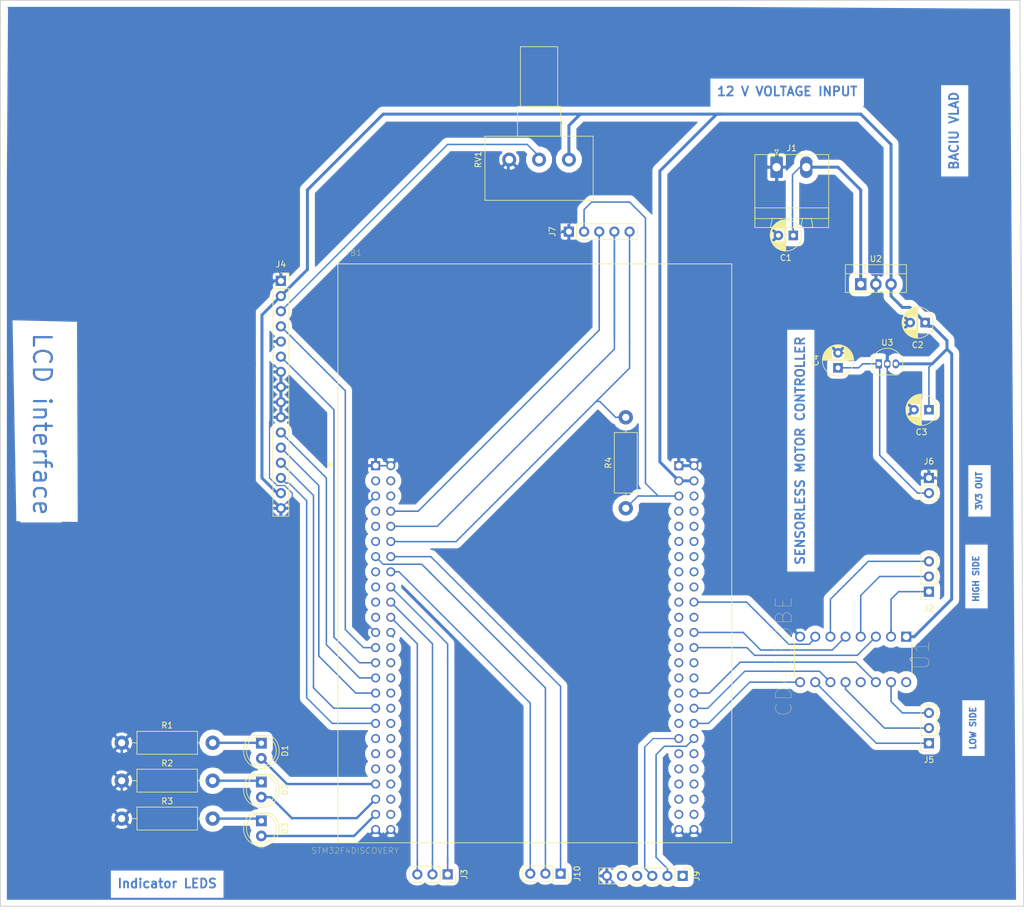
<source format=kicad_pcb>
(kicad_pcb (version 20171130) (host pcbnew "(5.0.2)-1")
  (layers (0 F.Cu signal) (31 B.Cu signal) (34 B.Paste user) (35 F.Paste user) (36 B.SilkS user) (37 F.SilkS user hide) (38 B.Mask user) (39 F.Mask user) (44 Edge.Cuts user))
  (net 0 "")
  (net 1 "Net-(TB1-PadP1_3)")
  (net 2 "Net-(TB1-PadP1_6)")
  (net 3 "Net-(TB1-PadP1_15)")
  (net 4 "Net-(TB1-PadP1_17)")
  (net 5 "Net-(TB1-PadP1_19)")
  (net 6 "Net-(TB1-PadP1_21)")
  (net 7 "Net-(TB1-PadP1_32)")
  (net 8 /P_BL)
  (net 9 "Net-(TB1-PadP1_36)")
  (net 10 "Net-(TB1-PadP1_37)")
  (net 11 "Net-(TB1-PadP1_38)")
  (net 12 /P_CL)
  (net 13 "Net-(TB1-PadP1_40)")
  (net 14 "Net-(TB1-PadP1_41)")
  (net 15 "Net-(TB1-PadP1_42)")
  (net 16 "Net-(TB1-PadP1_44)")
  (net 17 "Net-(TB1-PadP1_46)")
  (net 18 "Net-(TB1-PadP2_7)")
  (net 19 "Net-(TB1-PadP2_8)")
  (net 20 "Net-(TB1-PadP2_9)")
  (net 21 "Net-(TB1-PadP2_10)")
  (net 22 "Net-(TB1-PadP2_11)")
  (net 23 "Net-(TB1-PadP2_12)")
  (net 24 "Net-(TB1-PadP2_13)")
  (net 25 "Net-(TB1-PadP2_14)")
  (net 26 "Net-(TB1-PadP2_15)")
  (net 27 "Net-(TB1-PadP2_16)")
  (net 28 "Net-(TB1-PadP2_17)")
  (net 29 "Net-(TB1-PadP2_18)")
  (net 30 /P_AL)
  (net 31 "Net-(TB1-PadP2_21)")
  (net 32 "Net-(TB1-PadP2_23)")
  (net 33 "Net-(TB1-PadP2_25)")
  (net 34 "Net-(TB1-PadP2_27)")
  (net 35 "Net-(TB1-PadP2_28)")
  (net 36 "Net-(TB1-PadP2_29)")
  (net 37 "Net-(TB1-PadP2_30)")
  (net 38 "Net-(TB1-PadP2_31)")
  (net 39 "Net-(TB1-PadP2_33)")
  (net 40 "Net-(TB1-PadP2_35)")
  (net 41 "Net-(TB1-PadP2_39)")
  (net 42 "Net-(TB1-PadP2_42)")
  (net 43 /P_CH)
  (net 44 /P_AH)
  (net 45 /P_BH)
  (net 46 "Net-(U1-Pad13)")
  (net 47 "Net-(U1-Pad16)")
  (net 48 "Net-(TB1-PadP1_34)")
  (net 49 "Net-(TB1-PadP1_39)")
  (net 50 "Net-(TB1-PadP2_19)")
  (net 51 /GND)
  (net 52 /5V)
  (net 53 /3V3)
  (net 54 /12V)
  (net 55 /JoystickADC1)
  (net 56 /JoystickADC2)
  (net 57 /JoystickButton)
  (net 58 /LcdRS)
  (net 59 /LcdEN)
  (net 60 /LcdD4)
  (net 61 /LcdD5)
  (net 62 /LcdD6)
  (net 63 /LcdD7)
  (net 64 "Net-(TB1-PadP2_40)")
  (net 65 "Net-(TB1-PadP2_41)")
  (net 66 "Net-(TB1-PadP2_43)")
  (net 67 "Net-(TB1-PadP2_45)")
  (net 68 "Net-(TB1-PadP2_47)")
  (net 69 "Net-(D1-Pad2)")
  (net 70 "Net-(D2-Pad2)")
  (net 71 "Net-(D3-Pad2)")
  (net 72 "Net-(D1-Pad1)")
  (net 73 "Net-(D3-Pad1)")
  (net 74 "Net-(D2-Pad1)")
  (net 75 /V0)
  (net 76 /CURRENT_SENSOR)
  (net 77 /ADC_BATTERY)
  (net 78 /READ_BATTERY)
  (net 79 /P_CL_OUT)
  (net 80 /P_BL_OUT)
  (net 81 /P_AL_OUT)
  (net 82 /P_AH_OUT)
  (net 83 /P_BH_OUT)
  (net 84 /P_CH_OUT)
  (net 85 "Net-(TB1-PadP1_7)")
  (net 86 "Net-(TB1-PadP1_9)")
  (net 87 "Net-(TB1-PadP1_11)")
  (net 88 /EXT_1)
  (net 89 /EXT_2)
  (net 90 /EXT_4)
  (net 91 /EXT_5)
  (net 92 /EXT_6)
  (net 93 /EXT_7)
  (net 94 "Net-(J9-Pad5)")
  (net 95 "Net-(J9-Pad1)")
  (net 96 "Net-(J9-Pad4)")
  (net 97 /UART2_RX)
  (net 98 /UART1_TX)
  (net 99 /3V)
  (net 100 /EXT_0)
  (net 101 "Net-(TB1-PadP2_44)")
  (net 102 "Net-(TB1-PadP2_46)")
  (net 103 "Net-(TB1-PadP2_48)")
  (module Connector_Phoenix_MSTB:PhoenixContact_MSTBA_2,5_2-G-5,08_1x02_P5.08mm_Horizontal (layer F.Cu) (at 147.447 41.91)
    (fp_text reference J1 (at 2.54 -3.2) (layer F.SilkS))
    (fp_text value "Power connector")
    (pad 2 thru_hole oval (at 4.975 0) (size 2.08 3.6) (drill 1.4) (layers *.Cu *.Mask) (net 54 /12V))
    (pad 1 thru_hole roundrect (at 0 0) (size 2.08 3.6) (drill 1.4) (layers *.Cu *.Mask) (roundrect_rratio 0.120192) (net 51 /GND))
  )
  (module Package_TO_SOT_THT:TO-92_Inline (layer F.Cu) (at 164.719 74.855)
    (fp_text reference U3 (at 1.27 -3.56) (layer F.SilkS))
    (fp_text value LP2950-3.3_TO92)
    (pad 1 thru_hole rect (at -0.15 0) (size 1.05 1.5) (drill 0.75) (layers *.Cu *.Mask) (net 53 /3V3))
    (pad 3 thru_hole oval (at 2.7 0) (size 1.05 1.5) (drill 0.75) (layers *.Cu *.Mask) (net 52 /5V))
    (pad 2 thru_hole oval (at 1.27 0) (size 1.05 1.5) (drill 0.75) (layers *.Cu *.Mask) (net 51 /GND))
  )
  (module Connector_PinSocket_2.54mm:PinSocket_1x03_P2.54mm_Vertical (layer F.Cu) (at 111.252 160.274 270)
    (fp_text reference J10 (at 0 -2.77 270) (layer F.SilkS))
    (fp_text value "Low side connector")
    (pad 1 thru_hole rect (at 0 0 270) (size 1.7 1.7) (drill 1) (layers *.Cu *.Mask) (net 100 /EXT_0))
    (pad 2 thru_hole oval (at 0 2.54 270) (size 1.7 1.7) (drill 1) (layers *.Cu *.Mask) (net 88 /EXT_1))
    (pad 3 thru_hole oval (at 0 5.08 270) (size 1.7 1.7) (drill 1) (layers *.Cu *.Mask) (net 89 /EXT_2))
  )
  (module Capacitor_THT:CP_Radial_D5.0mm_P2.50mm (layer F.Cu) (at 150.241 53.34 180)
    (fp_text reference C1 (at 1.25 -3.75 180) (layer F.SilkS))
    (fp_text value CP)
    (pad 1 thru_hole rect (at 0 0 180) (size 1.6 1.6) (drill 0.8) (layers *.Cu *.Mask) (net 54 /12V))
    (pad 2 thru_hole circle (at 2.5 0 180) (size 1.6 1.6) (drill 0.8) (layers *.Cu *.Mask) (net 51 /GND))
  )
  (module Capacitor_THT:CP_Radial_D5.0mm_P2.50mm (layer F.Cu) (at 172.339 67.945 180)
    (fp_text reference C2 (at 1.25 -3.75 180) (layer F.SilkS))
    (fp_text value C)
    (pad 2 thru_hole circle (at 2.5 0 180) (size 1.6 1.6) (drill 0.8) (layers *.Cu *.Mask) (net 51 /GND))
    (pad 1 thru_hole rect (at 0 0 180) (size 1.6 1.6) (drill 0.8) (layers *.Cu *.Mask) (net 52 /5V))
  )
  (module Capacitor_THT:CP_Radial_D5.0mm_P2.50mm (layer F.Cu) (at 172.974 82.55 180)
    (fp_text reference C3 (at 1.25 -3.75 180) (layer F.SilkS))
    (fp_text value C3)
    (pad 2 thru_hole circle (at 2.5 0 180) (size 1.6 1.6) (drill 0.8) (layers *.Cu *.Mask) (net 51 /GND))
    (pad 1 thru_hole rect (at 0 0 180) (size 1.6 1.6) (drill 0.8) (layers *.Cu *.Mask) (net 52 /5V))
  )
  (module Capacitor_THT:CP_Radial_D5.0mm_P2.50mm (layer F.Cu) (at 157.734 75.525 90)
    (fp_text reference C4 (at 1.25 -3.75 90) (layer F.SilkS))
    (fp_text value C4)
    (pad 2 thru_hole circle (at 2.5 0 90) (size 1.6 1.6) (drill 0.8) (layers *.Cu *.Mask) (net 51 /GND))
    (pad 1 thru_hole rect (at 0 0 90) (size 1.6 1.6) (drill 0.8) (layers *.Cu *.Mask) (net 53 /3V3))
  )
  (module Resistor_THT:R_Axial_DIN0411_L9.9mm_D3.6mm_P15.24mm_Horizontal (layer F.Cu) (at 122.174 99.06 90)
    (fp_text reference R4 (at 7.62 -2.92 90) (layer F.SilkS))
    (fp_text value R)
    (pad 1 thru_hole circle (at 0 0 90) (size 2.4 2.4) (drill 1.2) (layers *.Cu *.Mask) (net 99 /3V))
    (pad 2 thru_hole oval (at 15.24 0 90) (size 2.4 2.4) (drill 1.2) (layers *.Cu *.Mask) (net 57 /JoystickButton))
  )
  (module MODULE_STM32F4DISCOVERY (layer F.Cu) (at 106.934 106.605)
    (fp_text reference TB1 (at -30.3402 -50.3578) (layer F.SilkS) (effects (font (size 1.00065 1.00065) (thickness 0.05))))
    (fp_text value STM32F4DISCOVERY (at -30.0852 49.8305) (layer F.SilkS) (effects (font (size 1.00102 1.00102) (thickness 0.05))))
    (pad P1_1 thru_hole rect (at -26.67 -14.68) (size 1.508 1.508) (drill 1) (layers *.Cu *.Mask) (net 51 /GND))
    (pad P1_2 thru_hole circle (at -24.13 -14.68) (size 1.508 1.508) (drill 1) (layers *.Cu *.Mask) (net 51 /GND))
    (pad P1_3 thru_hole circle (at -26.67 -12.14) (size 1.508 1.508) (drill 1) (layers *.Cu *.Mask) (net 1 "Net-(TB1-PadP1_3)"))
    (pad P1_4 thru_hole circle (at -24.13 -12.14) (size 1.508 1.508) (drill 1) (layers *.Cu *.Mask) (net 1 "Net-(TB1-PadP1_3)"))
    (pad P1_5 thru_hole circle (at -26.67 -9.6) (size 1.508 1.508) (drill 1) (layers *.Cu *.Mask) (net 51 /GND))
    (pad P1_6 thru_hole circle (at -24.13 -9.6) (size 1.508 1.508) (drill 1) (layers *.Cu *.Mask) (net 2 "Net-(TB1-PadP1_6)"))
    (pad P1_7 thru_hole circle (at -26.67 -7.06) (size 1.508 1.508) (drill 1) (layers *.Cu *.Mask) (net 85 "Net-(TB1-PadP1_7)"))
    (pad P1_8 thru_hole circle (at -24.13 -7.06) (size 1.508 1.508) (drill 1) (layers *.Cu *.Mask) (net 55 /JoystickADC1))
    (pad P1_9 thru_hole circle (at -26.67 -4.52) (size 1.508 1.508) (drill 1) (layers *.Cu *.Mask) (net 86 "Net-(TB1-PadP1_9)"))
    (pad P1_10 thru_hole circle (at -24.13 -4.52) (size 1.508 1.508) (drill 1) (layers *.Cu *.Mask) (net 56 /JoystickADC2))
    (pad P1_11 thru_hole circle (at -26.67 -1.98) (size 1.508 1.508) (drill 1) (layers *.Cu *.Mask) (net 87 "Net-(TB1-PadP1_11)"))
    (pad P1_12 thru_hole circle (at -24.13 -1.98) (size 1.508 1.508) (drill 1) (layers *.Cu *.Mask) (net 57 /JoystickButton))
    (pad P1_13 thru_hole circle (at -26.67 0.56) (size 1.508 1.508) (drill 1) (layers *.Cu *.Mask) (net 88 /EXT_1))
    (pad P1_14 thru_hole circle (at -24.13 0.56) (size 1.508 1.508) (drill 1) (layers *.Cu *.Mask) (net 100 /EXT_0))
    (pad P1_15 thru_hole circle (at -26.67 3.1) (size 1.508 1.508) (drill 1) (layers *.Cu *.Mask) (net 3 "Net-(TB1-PadP1_15)"))
    (pad P1_16 thru_hole circle (at -24.13 3.1) (size 1.508 1.508) (drill 1) (layers *.Cu *.Mask) (net 89 /EXT_2))
    (pad P1_17 thru_hole circle (at -26.67 5.64) (size 1.508 1.508) (drill 1) (layers *.Cu *.Mask) (net 4 "Net-(TB1-PadP1_17)"))
    (pad P1_18 thru_hole circle (at -24.13 5.64) (size 1.508 1.508) (drill 1) (layers *.Cu *.Mask) (net 76 /CURRENT_SENSOR))
    (pad P1_19 thru_hole circle (at -26.67 8.18) (size 1.508 1.508) (drill 1) (layers *.Cu *.Mask) (net 5 "Net-(TB1-PadP1_19)"))
    (pad P1_20 thru_hole circle (at -24.13 8.18) (size 1.508 1.508) (drill 1) (layers *.Cu *.Mask) (net 77 /ADC_BATTERY))
    (pad P1_21 thru_hole circle (at -26.67 10.72) (size 1.508 1.508) (drill 1) (layers *.Cu *.Mask) (net 6 "Net-(TB1-PadP1_21)"))
    (pad P1_22 thru_hole circle (at -24.13 10.72) (size 1.508 1.508) (drill 1) (layers *.Cu *.Mask) (net 78 /READ_BATTERY))
    (pad P1_23 thru_hole circle (at -26.67 13.26) (size 1.508 1.508) (drill 1) (layers *.Cu *.Mask) (net 51 /GND))
    (pad P1_24 thru_hole circle (at -24.13 13.26) (size 1.508 1.508) (drill 1) (layers *.Cu *.Mask) (net 90 /EXT_4))
    (pad P1_25 thru_hole circle (at -26.67 15.8) (size 1.508 1.508) (drill 1) (layers *.Cu *.Mask) (net 58 /LcdRS))
    (pad P1_26 thru_hole circle (at -24.13 15.8) (size 1.508 1.508) (drill 1) (layers *.Cu *.Mask) (net 91 /EXT_5))
    (pad P1_27 thru_hole circle (at -26.67 18.34) (size 1.508 1.508) (drill 1) (layers *.Cu *.Mask) (net 59 /LcdEN))
    (pad P1_28 thru_hole circle (at -24.13 18.34) (size 1.508 1.508) (drill 1) (layers *.Cu *.Mask) (net 92 /EXT_6))
    (pad P1_29 thru_hole circle (at -26.67 20.88) (size 1.508 1.508) (drill 1) (layers *.Cu *.Mask) (net 60 /LcdD4))
    (pad P1_30 thru_hole circle (at -24.13 20.88) (size 1.508 1.508) (drill 1) (layers *.Cu *.Mask) (net 93 /EXT_7))
    (pad P1_31 thru_hole circle (at -26.67 23.42) (size 1.508 1.508) (drill 1) (layers *.Cu *.Mask) (net 61 /LcdD5))
    (pad P1_32 thru_hole circle (at -24.13 23.42) (size 1.508 1.508) (drill 1) (layers *.Cu *.Mask) (net 7 "Net-(TB1-PadP1_32)"))
    (pad P1_33 thru_hole circle (at -26.67 25.96) (size 1.508 1.508) (drill 1) (layers *.Cu *.Mask) (net 62 /LcdD6))
    (pad P1_34 thru_hole circle (at -24.13 25.96) (size 1.508 1.508) (drill 1) (layers *.Cu *.Mask) (net 48 "Net-(TB1-PadP1_34)"))
    (pad P1_35 thru_hole circle (at -26.67 28.5) (size 1.508 1.508) (drill 1) (layers *.Cu *.Mask) (net 63 /LcdD7))
    (pad P1_36 thru_hole circle (at -24.13 28.5) (size 1.508 1.508) (drill 1) (layers *.Cu *.Mask) (net 9 "Net-(TB1-PadP1_36)"))
    (pad P1_37 thru_hole circle (at -26.67 31.04) (size 1.508 1.508) (drill 1) (layers *.Cu *.Mask) (net 10 "Net-(TB1-PadP1_37)"))
    (pad P1_38 thru_hole circle (at -24.13 31.04) (size 1.508 1.508) (drill 1) (layers *.Cu *.Mask) (net 11 "Net-(TB1-PadP1_38)"))
    (pad P1_39 thru_hole circle (at -26.67 33.58) (size 1.508 1.508) (drill 1) (layers *.Cu *.Mask) (net 49 "Net-(TB1-PadP1_39)"))
    (pad P1_40 thru_hole circle (at -24.13 33.58) (size 1.508 1.508) (drill 1) (layers *.Cu *.Mask) (net 13 "Net-(TB1-PadP1_40)"))
    (pad P1_41 thru_hole circle (at -26.67 36.12) (size 1.508 1.508) (drill 1) (layers *.Cu *.Mask) (net 14 "Net-(TB1-PadP1_41)"))
    (pad P1_42 thru_hole circle (at -24.13 36.12) (size 1.508 1.508) (drill 1) (layers *.Cu *.Mask) (net 15 "Net-(TB1-PadP1_42)"))
    (pad P1_43 thru_hole circle (at -26.67 38.66) (size 1.508 1.508) (drill 1) (layers *.Cu *.Mask) (net 69 "Net-(D1-Pad2)"))
    (pad P1_44 thru_hole circle (at -24.13 38.66) (size 1.508 1.508) (drill 1) (layers *.Cu *.Mask) (net 16 "Net-(TB1-PadP1_44)"))
    (pad P1_45 thru_hole circle (at -26.67 41.2) (size 1.508 1.508) (drill 1) (layers *.Cu *.Mask) (net 70 "Net-(D2-Pad2)"))
    (pad P1_46 thru_hole circle (at -24.13 41.2) (size 1.508 1.508) (drill 1) (layers *.Cu *.Mask) (net 17 "Net-(TB1-PadP1_46)"))
    (pad P1_47 thru_hole circle (at -26.67 43.74) (size 1.508 1.508) (drill 1) (layers *.Cu *.Mask) (net 71 "Net-(D3-Pad2)"))
    (pad P1_48 thru_hole circle (at -24.13 43.74) (size 1.508 1.508) (drill 1) (layers *.Cu *.Mask))
    (pad P1_49 thru_hole circle (at -26.67 46.28) (size 1.508 1.508) (drill 1) (layers *.Cu *.Mask) (net 51 /GND))
    (pad P1_50 thru_hole circle (at -24.13 46.28) (size 1.508 1.508) (drill 1) (layers *.Cu *.Mask) (net 51 /GND))
    (pad P2_1 thru_hole rect (at 24.13 -14.68) (size 1.508 1.508) (drill 1) (layers *.Cu *.Mask) (net 51 /GND))
    (pad P2_2 thru_hole circle (at 26.67 -14.68) (size 1.508 1.508) (drill 1) (layers *.Cu *.Mask) (net 51 /GND))
    (pad P2_3 thru_hole circle (at 24.13 -12.14) (size 1.508 1.508) (drill 1) (layers *.Cu *.Mask) (net 52 /5V))
    (pad P2_4 thru_hole circle (at 26.67 -12.14) (size 1.508 1.508) (drill 1) (layers *.Cu *.Mask) (net 52 /5V))
    (pad P2_5 thru_hole circle (at 24.13 -9.6) (size 1.508 1.508) (drill 1) (layers *.Cu *.Mask) (net 99 /3V))
    (pad P2_6 thru_hole circle (at 26.67 -9.6) (size 1.508 1.508) (drill 1) (layers *.Cu *.Mask) (net 99 /3V))
    (pad P2_7 thru_hole circle (at 24.13 -7.06) (size 1.508 1.508) (drill 1) (layers *.Cu *.Mask) (net 18 "Net-(TB1-PadP2_7)"))
    (pad P2_8 thru_hole circle (at 26.67 -7.06) (size 1.508 1.508) (drill 1) (layers *.Cu *.Mask) (net 19 "Net-(TB1-PadP2_8)"))
    (pad P2_9 thru_hole circle (at 24.13 -4.52) (size 1.508 1.508) (drill 1) (layers *.Cu *.Mask) (net 20 "Net-(TB1-PadP2_9)"))
    (pad P2_10 thru_hole circle (at 26.67 -4.52) (size 1.508 1.508) (drill 1) (layers *.Cu *.Mask) (net 21 "Net-(TB1-PadP2_10)"))
    (pad P2_11 thru_hole circle (at 24.13 -1.98) (size 1.508 1.508) (drill 1) (layers *.Cu *.Mask) (net 22 "Net-(TB1-PadP2_11)"))
    (pad P2_12 thru_hole circle (at 26.67 -1.98) (size 1.508 1.508) (drill 1) (layers *.Cu *.Mask) (net 23 "Net-(TB1-PadP2_12)"))
    (pad P2_13 thru_hole circle (at 24.13 0.56) (size 1.508 1.508) (drill 1) (layers *.Cu *.Mask) (net 24 "Net-(TB1-PadP2_13)"))
    (pad P2_14 thru_hole circle (at 26.67 0.56) (size 1.508 1.508) (drill 1) (layers *.Cu *.Mask) (net 25 "Net-(TB1-PadP2_14)"))
    (pad P2_15 thru_hole circle (at 24.13 3.1) (size 1.508 1.508) (drill 1) (layers *.Cu *.Mask) (net 26 "Net-(TB1-PadP2_15)"))
    (pad P2_16 thru_hole circle (at 26.67 3.1) (size 1.508 1.508) (drill 1) (layers *.Cu *.Mask) (net 27 "Net-(TB1-PadP2_16)"))
    (pad P2_17 thru_hole circle (at 24.13 5.64) (size 1.508 1.508) (drill 1) (layers *.Cu *.Mask) (net 28 "Net-(TB1-PadP2_17)"))
    (pad P2_18 thru_hole circle (at 26.67 5.64) (size 1.508 1.508) (drill 1) (layers *.Cu *.Mask) (net 29 "Net-(TB1-PadP2_18)"))
    (pad P2_19 thru_hole circle (at 24.13 8.18) (size 1.508 1.508) (drill 1) (layers *.Cu *.Mask) (net 50 "Net-(TB1-PadP2_19)"))
    (pad P2_20 thru_hole circle (at 26.67 8.18) (size 1.508 1.508) (drill 1) (layers *.Cu *.Mask) (net 43 /P_CH))
    (pad P2_21 thru_hole circle (at 24.13 10.72) (size 1.508 1.508) (drill 1) (layers *.Cu *.Mask) (net 31 "Net-(TB1-PadP2_21)"))
    (pad P2_22 thru_hole circle (at 26.67 10.72) (size 1.508 1.508) (drill 1) (layers *.Cu *.Mask) (net 1 "Net-(TB1-PadP1_3)"))
    (pad P2_23 thru_hole circle (at 24.13 13.26) (size 1.508 1.508) (drill 1) (layers *.Cu *.Mask) (net 32 "Net-(TB1-PadP2_23)"))
    (pad P2_24 thru_hole circle (at 26.67 13.26) (size 1.508 1.508) (drill 1) (layers *.Cu *.Mask) (net 45 /P_BH))
    (pad P2_25 thru_hole circle (at 24.13 15.8) (size 1.508 1.508) (drill 1) (layers *.Cu *.Mask) (net 33 "Net-(TB1-PadP2_25)"))
    (pad P2_26 thru_hole circle (at 26.67 15.8) (size 1.508 1.508) (drill 1) (layers *.Cu *.Mask) (net 44 /P_AH))
    (pad P2_27 thru_hole circle (at 24.13 18.34) (size 1.508 1.508) (drill 1) (layers *.Cu *.Mask) (net 34 "Net-(TB1-PadP2_27)"))
    (pad P2_28 thru_hole circle (at 26.67 18.34) (size 1.508 1.508) (drill 1) (layers *.Cu *.Mask) (net 35 "Net-(TB1-PadP2_28)"))
    (pad P2_29 thru_hole circle (at 24.13 20.88) (size 1.508 1.508) (drill 1) (layers *.Cu *.Mask) (net 36 "Net-(TB1-PadP2_29)"))
    (pad P2_30 thru_hole circle (at 26.67 20.88) (size 1.508 1.508) (drill 1) (layers *.Cu *.Mask) (net 37 "Net-(TB1-PadP2_30)"))
    (pad P2_31 thru_hole circle (at 24.13 23.42) (size 1.508 1.508) (drill 1) (layers *.Cu *.Mask) (net 38 "Net-(TB1-PadP2_31)"))
    (pad P2_32 thru_hole circle (at 26.67 23.42) (size 1.508 1.508) (drill 1) (layers *.Cu *.Mask) (net 12 /P_CL))
    (pad P2_33 thru_hole circle (at 24.13 25.96) (size 1.508 1.508) (drill 1) (layers *.Cu *.Mask) (net 39 "Net-(TB1-PadP2_33)"))
    (pad P2_34 thru_hole circle (at 26.67 25.96) (size 1.508 1.508) (drill 1) (layers *.Cu *.Mask) (net 8 /P_BL))
    (pad P2_35 thru_hole circle (at 24.13 28.5) (size 1.508 1.508) (drill 1) (layers *.Cu *.Mask) (net 40 "Net-(TB1-PadP2_35)"))
    (pad P2_36 thru_hole circle (at 26.67 28.5) (size 1.508 1.508) (drill 1) (layers *.Cu *.Mask) (net 30 /P_AL))
    (pad P2_37 thru_hole circle (at 24.13 31.04) (size 1.508 1.508) (drill 1) (layers *.Cu *.Mask) (net 98 /UART1_TX))
    (pad P2_38 thru_hole circle (at 26.67 31.04) (size 1.508 1.508) (drill 1) (layers *.Cu *.Mask) (net 97 /UART2_RX))
    (pad P2_39 thru_hole circle (at 24.13 33.58) (size 1.508 1.508) (drill 1) (layers *.Cu *.Mask) (net 41 "Net-(TB1-PadP2_39)"))
    (pad P2_40 thru_hole circle (at 26.67 33.58) (size 1.508 1.508) (drill 1) (layers *.Cu *.Mask) (net 64 "Net-(TB1-PadP2_40)"))
    (pad P2_41 thru_hole circle (at 24.13 36.12) (size 1.508 1.508) (drill 1) (layers *.Cu *.Mask) (net 65 "Net-(TB1-PadP2_41)"))
    (pad P2_42 thru_hole circle (at 26.67 36.12) (size 1.508 1.508) (drill 1) (layers *.Cu *.Mask) (net 42 "Net-(TB1-PadP2_42)"))
    (pad P2_43 thru_hole circle (at 24.13 38.66) (size 1.508 1.508) (drill 1) (layers *.Cu *.Mask) (net 66 "Net-(TB1-PadP2_43)"))
    (pad P2_44 thru_hole circle (at 26.67 38.66) (size 1.508 1.508) (drill 1) (layers *.Cu *.Mask) (net 101 "Net-(TB1-PadP2_44)"))
    (pad P2_45 thru_hole circle (at 24.13 41.2) (size 1.508 1.508) (drill 1) (layers *.Cu *.Mask) (net 67 "Net-(TB1-PadP2_45)"))
    (pad P2_46 thru_hole circle (at 26.67 41.2) (size 1.508 1.508) (drill 1) (layers *.Cu *.Mask) (net 102 "Net-(TB1-PadP2_46)"))
    (pad P2_47 thru_hole circle (at 24.13 43.74) (size 1.508 1.508) (drill 1) (layers *.Cu *.Mask) (net 68 "Net-(TB1-PadP2_47)"))
    (pad P2_48 thru_hole circle (at 26.67 43.74) (size 1.508 1.508) (drill 1) (layers *.Cu *.Mask) (net 103 "Net-(TB1-PadP2_48)"))
    (pad P2_49 thru_hole circle (at 24.13 46.28) (size 1.508 1.508) (drill 1) (layers *.Cu *.Mask) (net 51 /GND))
    (pad P2_50 thru_hole circle (at 26.67 46.28) (size 1.508 1.508) (drill 1) (layers *.Cu *.Mask) (net 51 /GND))
  )
  (module Connector_PinHeader_2.54mm:PinHeader_1x06_P2.54mm_Vertical (layer F.Cu) (at 131.699 160.655 270)
    (fp_text reference J9 (at 0 -2.33 270) (layer F.SilkS))
    (fp_text value "UART module")
    (pad 1 thru_hole rect (at 0 0 270) (size 1.7 1.7) (drill 1) (layers *.Cu *.Mask) (net 95 "Net-(J9-Pad1)"))
    (pad 2 thru_hole oval (at 0 2.54 270) (size 1.7 1.7) (drill 1) (layers *.Cu *.Mask) (net 97 /UART2_RX))
    (pad 3 thru_hole oval (at 0 5.08 270) (size 1.7 1.7) (drill 1) (layers *.Cu *.Mask) (net 98 /UART1_TX))
    (pad 4 thru_hole oval (at 0 7.62 270) (size 1.7 1.7) (drill 1) (layers *.Cu *.Mask) (net 96 "Net-(J9-Pad4)"))
    (pad 5 thru_hole oval (at 0 10.16 270) (size 1.7 1.7) (drill 1) (layers *.Cu *.Mask) (net 94 "Net-(J9-Pad5)"))
    (pad 6 thru_hole oval (at 0 12.7 270) (size 1.7 1.7) (drill 1) (layers *.Cu *.Mask) (net 51 /GND))
  )
  (module Potentiometer_THT:Potentiometer_Alps_RK163_Single_Horizontal (layer F.Cu) (at 112.649 40.64 90)
    (fp_text reference RV1 (at 0 -15.2 90) (layer F.SilkS))
    (fp_text value R_POT)
    (pad 3 thru_hole circle (at 0 -10 90) (size 2.34 2.34) (drill 1.3) (layers *.Cu *.Mask) (net 51 /GND))
    (pad 2 thru_hole circle (at 0 -5 90) (size 2.34 2.34) (drill 1.3) (layers *.Cu *.Mask) (net 75 /V0))
    (pad 1 thru_hole circle (at 0 0 90) (size 2.34 2.34) (drill 1.3) (layers *.Cu *.Mask) (net 52 /5V))
  )
  (module Connector_PinSocket_2.54mm:PinSocket_1x05_P2.54mm_Vertical (layer F.Cu) (at 112.649 52.705 90)
    (fp_text reference J7 (at 0 -2.77 90) (layer F.SilkS))
    (fp_text value "Joystick connector")
    (pad 1 thru_hole rect (at 0 0 90) (size 1.7 1.7) (drill 1) (layers *.Cu *.Mask) (net 51 /GND))
    (pad 2 thru_hole oval (at 0 2.54 90) (size 1.7 1.7) (drill 1) (layers *.Cu *.Mask) (net 99 /3V))
    (pad 3 thru_hole oval (at 0 5.08 90) (size 1.7 1.7) (drill 1) (layers *.Cu *.Mask) (net 55 /JoystickADC1))
    (pad 4 thru_hole oval (at 0 7.62 90) (size 1.7 1.7) (drill 1) (layers *.Cu *.Mask) (net 56 /JoystickADC2))
    (pad 5 thru_hole oval (at 0 10.16 90) (size 1.7 1.7) (drill 1) (layers *.Cu *.Mask) (net 57 /JoystickButton))
  )
  (module Connector_PinSocket_2.54mm:PinSocket_1x02_P2.54mm_Vertical (layer F.Cu) (at 172.974 93.98)
    (fp_text reference J6 (at 0 -2.77) (layer F.SilkS))
    (fp_text value 3v3_out)
    (pad 1 thru_hole rect (at 0 0) (size 1.7 1.7) (drill 1) (layers *.Cu *.Mask) (net 51 /GND))
    (pad 2 thru_hole oval (at 0 2.54) (size 1.7 1.7) (drill 1) (layers *.Cu *.Mask) (net 53 /3V3))
  )
  (module Connector_PinSocket_2.54mm:PinSocket_1x16_P2.54mm_Vertical (layer F.Cu) (at 64.389 60.96)
    (fp_text reference J4 (at 0 -2.77) (layer F.SilkS))
    (fp_text value "LCD interface")
    (pad 1 thru_hole rect (at 0 0) (size 1.7 1.7) (drill 1) (layers *.Cu *.Mask) (net 51 /GND))
    (pad 2 thru_hole oval (at 0 2.54) (size 1.7 1.7) (drill 1) (layers *.Cu *.Mask) (net 52 /5V))
    (pad 3 thru_hole oval (at 0 5.08) (size 1.7 1.7) (drill 1) (layers *.Cu *.Mask) (net 75 /V0))
    (pad 4 thru_hole oval (at 0 7.62) (size 1.7 1.7) (drill 1) (layers *.Cu *.Mask) (net 58 /LcdRS))
    (pad 5 thru_hole oval (at 0 10.16) (size 1.7 1.7) (drill 1) (layers *.Cu *.Mask) (net 51 /GND))
    (pad 6 thru_hole oval (at 0 12.7) (size 1.7 1.7) (drill 1) (layers *.Cu *.Mask) (net 59 /LcdEN))
    (pad 7 thru_hole oval (at 0 15.24) (size 1.7 1.7) (drill 1) (layers *.Cu *.Mask) (net 51 /GND))
    (pad 8 thru_hole oval (at 0 17.78) (size 1.7 1.7) (drill 1) (layers *.Cu *.Mask) (net 51 /GND))
    (pad 9 thru_hole oval (at 0 20.32) (size 1.7 1.7) (drill 1) (layers *.Cu *.Mask) (net 51 /GND))
    (pad 10 thru_hole oval (at 0 22.86) (size 1.7 1.7) (drill 1) (layers *.Cu *.Mask) (net 51 /GND))
    (pad 11 thru_hole oval (at 0 25.4) (size 1.7 1.7) (drill 1) (layers *.Cu *.Mask) (net 60 /LcdD4))
    (pad 12 thru_hole oval (at 0 27.94) (size 1.7 1.7) (drill 1) (layers *.Cu *.Mask) (net 61 /LcdD5))
    (pad 13 thru_hole oval (at 0 30.48) (size 1.7 1.7) (drill 1) (layers *.Cu *.Mask) (net 62 /LcdD6))
    (pad 14 thru_hole oval (at 0 33.02) (size 1.7 1.7) (drill 1) (layers *.Cu *.Mask) (net 63 /LcdD7))
    (pad 15 thru_hole oval (at 0 35.56) (size 1.7 1.7) (drill 1) (layers *.Cu *.Mask) (net 52 /5V))
    (pad 16 thru_hole oval (at 0 38.1) (size 1.7 1.7) (drill 1) (layers *.Cu *.Mask) (net 51 /GND))
  )
  (module Connector_PinSocket_2.54mm:PinSocket_1x03_P2.54mm_Vertical (layer F.Cu) (at 172.974 113.03 180)
    (fp_text reference J2 (at 0 -2.77 180) (layer F.SilkS))
    (fp_text value "High side connector")
    (pad 1 thru_hole rect (at 0 0 180) (size 1.7 1.7) (drill 1) (layers *.Cu *.Mask) (net 82 /P_AH_OUT))
    (pad 2 thru_hole oval (at 0 2.54 180) (size 1.7 1.7) (drill 1) (layers *.Cu *.Mask) (net 83 /P_BH_OUT))
    (pad 3 thru_hole oval (at 0 5.08 180) (size 1.7 1.7) (drill 1) (layers *.Cu *.Mask) (net 84 /P_CH_OUT))
  )
  (module Connector_PinSocket_2.54mm:PinSocket_1x03_P2.54mm_Vertical (layer F.Cu) (at 172.974 138.43 180)
    (fp_text reference J5 (at 0 -2.77 180) (layer F.SilkS))
    (fp_text value "Low side connector")
    (pad 3 thru_hole oval (at 0 5.08 180) (size 1.7 1.7) (drill 1) (layers *.Cu *.Mask) (net 79 /P_CL_OUT))
    (pad 2 thru_hole oval (at 0 2.54 180) (size 1.7 1.7) (drill 1) (layers *.Cu *.Mask) (net 80 /P_BL_OUT))
    (pad 1 thru_hole rect (at 0 0 180) (size 1.7 1.7) (drill 1) (layers *.Cu *.Mask) (net 81 /P_AL_OUT))
  )
  (module Connector_PinSocket_2.54mm:PinSocket_1x03_P2.54mm_Vertical (layer F.Cu) (at 92.329 160.401 270)
    (fp_text reference J3 (at 0 -2.77 270) (layer F.SilkS))
    (fp_text value "Sensors connector")
    (pad 1 thru_hole rect (at 0 0 270) (size 1.7 1.7) (drill 1) (layers *.Cu *.Mask) (net 76 /CURRENT_SENSOR))
    (pad 2 thru_hole oval (at 0 2.54 270) (size 1.7 1.7) (drill 1) (layers *.Cu *.Mask) (net 77 /ADC_BATTERY))
    (pad 3 thru_hole oval (at 0 5.08 270) (size 1.7 1.7) (drill 1) (layers *.Cu *.Mask) (net 78 /READ_BATTERY))
  )
  (module LED_THT:LED_D5.0mm (layer F.Cu) (at 61.113999 151.425001 270)
    (fp_text reference D3 (at 1.27 -3.96 270) (layer F.SilkS))
    (fp_text value LED)
    (pad 1 thru_hole rect (at 0 0 270) (size 1.8 1.8) (drill 0.9) (layers *.Cu *.Mask) (net 73 "Net-(D3-Pad1)"))
    (pad 2 thru_hole circle (at 2.54 0 270) (size 1.8 1.8) (drill 0.9) (layers *.Cu *.Mask) (net 71 "Net-(D3-Pad2)"))
  )
  (module LED_THT:LED_D5.0mm (layer F.Cu) (at 61.113999 144.925001 270)
    (fp_text reference D2 (at 1.27 -3.96 270) (layer F.SilkS))
    (fp_text value LED)
    (pad 2 thru_hole circle (at 2.54 0 270) (size 1.8 1.8) (drill 0.9) (layers *.Cu *.Mask) (net 70 "Net-(D2-Pad2)"))
    (pad 1 thru_hole rect (at 0 0 270) (size 1.8 1.8) (drill 0.9) (layers *.Cu *.Mask) (net 74 "Net-(D2-Pad1)"))
  )
  (module LED_THT:LED_D5.0mm (layer F.Cu) (at 61.113999 138.425001 270)
    (fp_text reference D1 (at 1.27 -3.96 270) (layer F.SilkS))
    (fp_text value LED)
    (pad 1 thru_hole rect (at 0 0 270) (size 1.8 1.8) (drill 0.9) (layers *.Cu *.Mask) (net 72 "Net-(D1-Pad1)"))
    (pad 2 thru_hole circle (at 2.54 0 270) (size 1.8 1.8) (drill 0.9) (layers *.Cu *.Mask) (net 69 "Net-(D1-Pad2)"))
  )
  (module Resistor_THT:R_Axial_DIN0411_L9.9mm_D3.6mm_P15.24mm_Horizontal (layer F.Cu) (at 37.719 144.705)
    (fp_text reference R2 (at 7.62 -2.92) (layer F.SilkS))
    (fp_text value R)
    (pad 1 thru_hole circle (at 0 0) (size 2.4 2.4) (drill 1.2) (layers *.Cu *.Mask) (net 51 /GND))
    (pad 2 thru_hole oval (at 15.24 0) (size 2.4 2.4) (drill 1.2) (layers *.Cu *.Mask) (net 74 "Net-(D2-Pad1)"))
  )
  (module Resistor_THT:R_Axial_DIN0411_L9.9mm_D3.6mm_P15.24mm_Horizontal (layer F.Cu) (at 37.719 151.055)
    (fp_text reference R3 (at 7.62 -2.92) (layer F.SilkS))
    (fp_text value R)
    (pad 2 thru_hole oval (at 15.24 0) (size 2.4 2.4) (drill 1.2) (layers *.Cu *.Mask) (net 73 "Net-(D3-Pad1)"))
    (pad 1 thru_hole circle (at 0 0) (size 2.4 2.4) (drill 1.2) (layers *.Cu *.Mask) (net 51 /GND))
  )
  (module Resistor_THT:R_Axial_DIN0411_L9.9mm_D3.6mm_P15.24mm_Horizontal (layer F.Cu) (at 37.719 138.355)
    (fp_text reference R1 (at 7.62 -2.92) (layer F.SilkS))
    (fp_text value R)
    (pad 1 thru_hole circle (at 0 0) (size 2.4 2.4) (drill 1.2) (layers *.Cu *.Mask) (net 51 /GND))
    (pad 2 thru_hole oval (at 15.24 0) (size 2.4 2.4) (drill 1.2) (layers *.Cu *.Mask) (net 72 "Net-(D1-Pad1)"))
  )
  (module DIP254P762X508-16 (layer F.Cu) (at 151.384 128.195 270)
    (fp_text reference U1 (at -4.57968 -20.3286 270) (layer F.SilkS) (effects (font (size 2.64276 2.64276) (thickness 0.05))))
    (fp_text value CD4050BE (at -4.32662 2.72322 270) (layer F.SilkS) (effects (font (size 2.64328 2.64328) (thickness 0.05))))
    (pad 1 thru_hole rect (at -7.62 -17.78 270) (size 1.6764 1.6764) (drill 1.1176) (layers *.Cu *.Mask) (net 52 /5V))
    (pad 2 thru_hole circle (at -7.62 -15.24 270) (size 1.6764 1.6764) (drill 1.1176) (layers *.Cu *.Mask) (net 82 /P_AH_OUT))
    (pad 3 thru_hole circle (at -7.62 -12.7 270) (size 1.6764 1.6764) (drill 1.1176) (layers *.Cu *.Mask) (net 44 /P_AH))
    (pad 4 thru_hole circle (at -7.62 -10.16 270) (size 1.6764 1.6764) (drill 1.1176) (layers *.Cu *.Mask) (net 83 /P_BH_OUT))
    (pad 5 thru_hole circle (at -7.62 -7.62 270) (size 1.6764 1.6764) (drill 1.1176) (layers *.Cu *.Mask) (net 45 /P_BH))
    (pad 6 thru_hole circle (at -7.62 -5.08 270) (size 1.6764 1.6764) (drill 1.1176) (layers *.Cu *.Mask) (net 84 /P_CH_OUT))
    (pad 7 thru_hole circle (at -7.62 -2.54 270) (size 1.6764 1.6764) (drill 1.1176) (layers *.Cu *.Mask) (net 43 /P_CH))
    (pad 8 thru_hole circle (at -7.62 0 270) (size 1.6764 1.6764) (drill 1.1176) (layers *.Cu *.Mask) (net 51 /GND))
    (pad 9 thru_hole circle (at 0 0 270) (size 1.6764 1.6764) (drill 1.1176) (layers *.Cu *.Mask) (net 30 /P_AL))
    (pad 10 thru_hole circle (at 0 -2.54 270) (size 1.6764 1.6764) (drill 1.1176) (layers *.Cu *.Mask) (net 81 /P_AL_OUT))
    (pad 11 thru_hole circle (at 0 -5.08 270) (size 1.6764 1.6764) (drill 1.1176) (layers *.Cu *.Mask) (net 8 /P_BL))
    (pad 12 thru_hole circle (at 0 -7.62 270) (size 1.6764 1.6764) (drill 1.1176) (layers *.Cu *.Mask) (net 80 /P_BL_OUT))
    (pad 13 thru_hole circle (at 0 -10.16 270) (size 1.6764 1.6764) (drill 1.1176) (layers *.Cu *.Mask) (net 46 "Net-(U1-Pad13)"))
    (pad 14 thru_hole circle (at 0 -12.7 270) (size 1.6764 1.6764) (drill 1.1176) (layers *.Cu *.Mask) (net 12 /P_CL))
    (pad 15 thru_hole circle (at 0 -15.24 270) (size 1.6764 1.6764) (drill 1.1176) (layers *.Cu *.Mask) (net 79 /P_CL_OUT))
    (pad 16 thru_hole circle (at 0 -17.78 270) (size 1.6764 1.6764) (drill 1.1176) (layers *.Cu *.Mask) (net 47 "Net-(U1-Pad16)"))
  )
  (module Package_TO_SOT_THT:TO-220-3_Vertical (layer F.Cu) (at 161.544 61.52)
    (fp_text reference U2 (at 2.54 -4.27) (layer F.SilkS))
    (fp_text value LM7805_TO220)
    (pad 1 thru_hole rect (at 0 0) (size 1.905 2) (drill 1.1) (layers *.Cu *.Mask) (net 54 /12V))
    (pad 2 thru_hole oval (at 2.54 0) (size 1.905 2) (drill 1.1) (layers *.Cu *.Mask) (net 51 /GND))
    (pad 3 thru_hole oval (at 5.08 0) (size 1.905 2) (drill 1.1) (layers *.Cu *.Mask) (net 52 /5V))
  )
  (gr_text "BACIU VLAD" (at 177.165 35.814 90) (layer B.Cu) (effects (font (size 1.5 1.5) (thickness 0.3))))
  (gr_text "SENSORLESS MOTOR CONTROLLER" (at 151.384 89.408 90) (layer B.Cu) (effects (font (size 1.5 1.5) (thickness 0.3))))
  (gr_text "Indicator LEDS" (at 45.339 161.925) (layer B.Cu) (effects (font (size 1.5 1.5) (thickness 0.3))))
  (gr_text "LOW SIDE" (at 180.34 135.89 90) (layer B.Cu) (effects (font (size 1 1) (thickness 0.25))))
  (gr_text "HIGH SIDE " (at 180.848 110.49 90) (layer B.Cu) (effects (font (size 1 1) (thickness 0.25))))
  (gr_text "3V3 OUT" (at 181.356 96.139 90) (layer B.Cu) (effects (font (size 1 1) (thickness 0.25))))
  (gr_text "12 V VOLTAGE INPUT\n" (at 149.225 29.21) (layer B.Cu) (effects (font (size 1.5 1.5) (thickness 0.3))))
  (gr_text "LCD interface" (at 24.384 84.963 270) (layer B.Cu) (effects (font (size 3 3) (thickness 0.375))))
  (gr_line (start 17.399 13.97) (end 17.399 165.735) (layer Edge.Cuts) (width 0.15))
  (gr_line (start 188.214 13.97) (end 17.399 13.97) (layer Edge.Cuts) (width 0.15))
  (gr_line (start 188.849 165.735) (end 188.214 13.97) (layer Edge.Cuts) (width 0.15))
  (gr_line (start 17.399 165.735) (end 188.849 165.735) (layer Edge.Cuts) (width 0.15))
  (segment (start 134.670317 132.565) (end 134.693317 132.588) (width 0.25) (layer B.Cu) (net 8))
  (segment (start 133.604 132.565) (end 134.670317 132.565) (width 0.25) (layer B.Cu) (net 8))
  (segment (start 134.693317 132.588) (end 135.89 132.588) (width 0.25) (layer B.Cu) (net 8))
  (segment (start 135.89 132.588) (end 142.113 126.365) (width 0.25) (layer B.Cu) (net 8))
  (segment (start 154.634 126.365) (end 156.464 128.195) (width 0.25) (layer B.Cu) (net 8))
  (segment (start 142.113 126.365) (end 154.634 126.365) (width 0.25) (layer B.Cu) (net 8))
  (segment (start 160.73 124.841) (end 164.084 128.195) (width 0.25) (layer B.Cu) (net 12))
  (segment (start 141.351 124.841) (end 160.73 124.841) (width 0.25) (layer B.Cu) (net 12))
  (segment (start 133.604 130.025) (end 136.167 130.025) (width 0.25) (layer B.Cu) (net 12))
  (segment (start 136.167 130.025) (end 141.351 124.841) (width 0.25) (layer B.Cu) (net 12))
  (segment (start 142.95 128.195) (end 151.384 128.195) (width 0.25) (layer B.Cu) (net 30))
  (segment (start 133.604 135.105) (end 136.04 135.105) (width 0.25) (layer B.Cu) (net 30))
  (segment (start 136.04 135.105) (end 142.95 128.195) (width 0.25) (layer B.Cu) (net 30))
  (segment (start 142.419 114.785) (end 133.604 114.785) (width 0.25) (layer B.Cu) (net 43))
  (segment (start 149.479 121.845) (end 142.419 114.785) (width 0.25) (layer B.Cu) (net 43))
  (segment (start 154.178 120.575) (end 152.908 121.845) (width 0.25) (layer B.Cu) (net 43))
  (segment (start 152.908 121.845) (end 149.479 121.845) (width 0.25) (layer B.Cu) (net 43))
  (segment (start 133.604 122.405) (end 142.471 122.405) (width 0.25) (layer B.Cu) (net 44))
  (segment (start 142.471 122.405) (end 143.764 123.698) (width 0.25) (layer B.Cu) (net 44))
  (segment (start 160.961 123.698) (end 164.084 120.575) (width 0.25) (layer B.Cu) (net 44))
  (segment (start 143.764 123.698) (end 160.961 123.698) (width 0.25) (layer B.Cu) (net 44))
  (segment (start 133.604 119.865) (end 141.836 119.865) (width 0.25) (layer B.Cu) (net 45))
  (segment (start 141.836 119.865) (end 144.78 122.809) (width 0.25) (layer B.Cu) (net 45))
  (segment (start 156.77 122.809) (end 159.004 120.575) (width 0.25) (layer B.Cu) (net 45))
  (segment (start 144.78 122.809) (end 156.77 122.809) (width 0.25) (layer B.Cu) (net 45))
  (segment (start 150.545801 119.736801) (end 150.545801 118.466801) (width 0.25) (layer B.Cu) (net 51))
  (segment (start 151.384 120.575) (end 150.545801 119.736801) (width 0.25) (layer B.Cu) (net 51))
  (segment (start 150.545801 118.466801) (end 136.779 104.7) (width 0.25) (layer B.Cu) (net 51))
  (segment (start 136.779 95.1) (end 133.604 91.925) (width 0.25) (layer B.Cu) (net 51))
  (segment (start 136.779 104.7) (end 136.779 95.1) (width 0.25) (layer B.Cu) (net 51))
  (segment (start 79.26 91.925) (end 80.264 91.925) (width 0.25) (layer B.Cu) (net 51))
  (segment (start 164.084 61.52) (end 164.084 61.4725) (width 0.25) (layer B.Cu) (net 51))
  (segment (start 165.989 73.855) (end 165.989 74.855) (width 0.5) (layer B.Cu) (net 51))
  (segment (start 37.789001 151.760001) (end 34.614001 151.760001) (width 0.4) (layer B.Cu) (net 51))
  (segment (start 34.614001 151.760001) (end 34.544 151.69) (width 0.4) (layer B.Cu) (net 51))
  (segment (start 37.291944 146.61) (end 36.021944 147.88) (width 0.4) (layer B.Cu) (net 51))
  (segment (start 36.021944 147.88) (end 34.544 147.88) (width 0.4) (layer B.Cu) (net 51))
  (segment (start 64.389 77.537919) (end 64.389 76.2) (width 0.25) (layer B.Cu) (net 51))
  (segment (start 64.389 78.74) (end 64.389 77.537919) (width 0.25) (layer B.Cu) (net 51))
  (segment (start 64.389 99.06) (end 59.944 94.615) (width 0.5) (layer B.Cu) (net 51))
  (segment (start 63.289 60.96) (end 64.389 60.96) (width 0.5) (layer B.Cu) (net 51))
  (segment (start 59.944 64.305) (end 63.289 60.96) (width 0.5) (layer B.Cu) (net 51))
  (segment (start 59.944 74.93) (end 59.944 64.305) (width 0.5) (layer B.Cu) (net 51))
  (segment (start 59.944 77.47) (end 59.944 74.93) (width 0.5) (layer B.Cu) (net 51))
  (segment (start 59.944 94.615) (end 59.944 81.915) (width 0.5) (layer B.Cu) (net 51))
  (segment (start 59.944 81.915) (end 59.944 77.47) (width 0.5) (layer B.Cu) (net 51))
  (segment (start 63.539001 75.350001) (end 64.389 76.2) (width 0.25) (layer B.Cu) (net 51))
  (segment (start 63.213999 75.024999) (end 63.539001 75.350001) (width 0.25) (layer B.Cu) (net 51))
  (segment (start 164.084 64.135) (end 164.084 61.52) (width 0.5) (layer B.Cu) (net 51))
  (segment (start 165.989 66.04) (end 164.084 64.135) (width 0.5) (layer B.Cu) (net 51))
  (segment (start 38.918999 137.155001) (end 47.248999 137.155001) (width 0.5) (layer B.Cu) (net 51))
  (segment (start 37.719 138.355) (end 38.918999 137.155001) (width 0.5) (layer B.Cu) (net 51))
  (segment (start 64.389 120.015) (end 64.389 99.06) (width 0.5) (layer B.Cu) (net 51))
  (segment (start 47.248999 137.155001) (end 61.214 123.19) (width 0.5) (layer B.Cu) (net 51))
  (segment (start 131.064 91.925) (end 131.064 43.815) (width 0.5) (layer B.Cu) (net 51))
  (segment (start 131.064 43.815) (end 139.954 34.925) (width 0.5) (layer B.Cu) (net 51))
  (segment (start 164.084 40.005) (end 164.084 61.52) (width 0.5) (layer B.Cu) (net 51))
  (segment (start 159.004 34.925) (end 164.084 40.005) (width 0.5) (layer B.Cu) (net 51))
  (segment (start 80.264 119.865) (end 77.089 116.69) (width 0.25) (layer B.Cu) (net 51))
  (segment (start 77.089 100.18) (end 80.264 97.005) (width 0.25) (layer B.Cu) (net 51))
  (segment (start 77.089 100.33) (end 77.089 100.18) (width 0.25) (layer B.Cu) (net 51))
  (segment (start 77.089 116.69) (end 77.089 100.33) (width 0.25) (layer B.Cu) (net 51))
  (segment (start 79.144 91.925) (end 80.264 91.925) (width 0.25) (layer B.Cu) (net 51))
  (segment (start 77.089 100.33) (end 77.089 93.98) (width 0.25) (layer B.Cu) (net 51))
  (segment (start 77.089 93.98) (end 79.144 91.925) (width 0.25) (layer B.Cu) (net 51))
  (segment (start 82.804 91.925) (end 80.264 91.925) (width 0.25) (layer B.Cu) (net 51))
  (segment (start 171.874 93.98) (end 172.974 93.98) (width 0.25) (layer B.Cu) (net 51))
  (segment (start 165.989 88.095) (end 171.874 93.98) (width 0.25) (layer B.Cu) (net 51))
  (segment (start 131.064 91.925) (end 133.604 91.925) (width 0.5) (layer B.Cu) (net 51))
  (segment (start 147.574 38.1) (end 144.399 34.925) (width 0.5) (layer B.Cu) (net 51))
  (segment (start 139.954 34.925) (end 144.399 34.925) (width 0.5) (layer B.Cu) (net 51))
  (segment (start 144.399 34.925) (end 159.004 34.925) (width 0.5) (layer B.Cu) (net 51))
  (segment (start 34.544 146.402056) (end 34.544 156.135) (width 0.4) (layer B.Cu) (net 51))
  (segment (start 37.719 138.355) (end 37.719 140.052056) (width 0.4) (layer B.Cu) (net 51))
  (segment (start 147.574 41.91) (end 147.574 38.1) (width 0.5) (layer B.Cu) (net 51))
  (segment (start 63.186919 83.82) (end 63.119 83.887919) (width 0.2) (layer B.Cu) (net 51))
  (segment (start 64.389 83.82) (end 63.186919 83.82) (width 0.2) (layer B.Cu) (net 51))
  (segment (start 62.484 84.522919) (end 62.484 93.98) (width 0.2) (layer B.Cu) (net 51))
  (segment (start 63.186919 83.82) (end 62.484 84.522919) (width 0.2) (layer B.Cu) (net 51))
  (segment (start 66.294 97.155) (end 64.389 99.06) (width 0.2) (layer B.Cu) (net 51))
  (segment (start 62.484 93.98) (end 63.754 95.25) (width 0.2) (layer B.Cu) (net 51))
  (segment (start 63.754 95.25) (end 65.024 95.25) (width 0.2) (layer B.Cu) (net 51))
  (segment (start 65.024 95.25) (end 66.294 96.52) (width 0.2) (layer B.Cu) (net 51))
  (segment (start 66.294 96.52) (end 66.294 97.155) (width 0.2) (layer B.Cu) (net 51))
  (segment (start 112.649 52.705) (end 111.549 52.705) (width 0.25) (layer B.Cu) (net 51))
  (segment (start 102.489 43.01) (end 102.489 40.005) (width 0.25) (layer B.Cu) (net 51))
  (segment (start 34.544 156.135) (end 34.544 156.21) (width 0.25) (layer B.Cu) (net 51))
  (segment (start 35.814 157.405) (end 34.544 156.135) (width 0.4) (layer B.Cu) (net 51))
  (segment (start 80.264 152.885) (end 78.919 154.23) (width 0.4) (layer B.Cu) (net 51))
  (segment (start 75.744 157.405) (end 35.814 157.405) (width 0.4) (layer B.Cu) (net 51))
  (segment (start 37.719 146.402056) (end 37.719 144.705) (width 0.4) (layer B.Cu) (net 51))
  (segment (start 37.511056 146.61) (end 37.719 146.402056) (width 0.4) (layer B.Cu) (net 51))
  (segment (start 37.291944 146.61) (end 37.511056 146.61) (width 0.4) (layer B.Cu) (net 51))
  (segment (start 34.544 146.402056) (end 34.544 143.227056) (width 0.4) (layer B.Cu) (net 51))
  (segment (start 37.719 140.052056) (end 34.544 143.227056) (width 0.4) (layer B.Cu) (net 51))
  (segment (start 108.204 52.705) (end 112.649 52.705) (width 0.5) (layer B.Cu) (net 51))
  (segment (start 102.489 46.99) (end 108.204 52.705) (width 0.5) (layer B.Cu) (net 51))
  (segment (start 102.489 46.99) (end 102.489 40.64) (width 0.25) (layer B.Cu) (net 51))
  (segment (start 102.489 47.16) (end 102.489 46.99) (width 0.25) (layer B.Cu) (net 51))
  (segment (start 83.557999 90.686001) (end 102.489 71.755) (width 0.5) (layer B.Cu) (net 51))
  (segment (start 83.557999 91.171001) (end 83.557999 90.686001) (width 0.5) (layer B.Cu) (net 51))
  (segment (start 82.804 91.925) (end 83.557999 91.171001) (width 0.5) (layer B.Cu) (net 51))
  (segment (start 102.489 40.64) (end 102.489 71.755) (width 0.25) (layer B.Cu) (net 51))
  (segment (start 102.489 71.755) (end 102.489 41.275) (width 0.5) (layer B.Cu) (net 51))
  (segment (start 168.569 84.455) (end 170.474 82.55) (width 0.25) (layer B.Cu) (net 51))
  (segment (start 165.989 84.455) (end 168.569 84.455) (width 0.25) (layer B.Cu) (net 51))
  (segment (start 165.989 84.455) (end 165.989 88.095) (width 0.25) (layer B.Cu) (net 51))
  (segment (start 165.989 74.855) (end 165.989 84.455) (width 0.25) (layer B.Cu) (net 51))
  (segment (start 167.894 67.945) (end 165.989 66.04) (width 0.5) (layer B.Cu) (net 51))
  (segment (start 169.839 67.945) (end 167.894 67.945) (width 0.5) (layer B.Cu) (net 51))
  (segment (start 163.449 73.025) (end 165.989 70.485) (width 0.25) (layer B.Cu) (net 51))
  (segment (start 157.734 73.025) (end 163.449 73.025) (width 0.25) (layer B.Cu) (net 51))
  (segment (start 165.989 74.855) (end 165.989 70.485) (width 0.5) (layer B.Cu) (net 51))
  (segment (start 165.989 70.485) (end 165.989 66.04) (width 0.5) (layer B.Cu) (net 51))
  (segment (start 64.389 83.82) (end 64.389 81.28) (width 0.25) (layer B.Cu) (net 51))
  (segment (start 75.744 157.405) (end 80.264 152.885) (width 0.4) (layer B.Cu) (net 51))
  (segment (start 61.214 123.19) (end 64.389 120.015) (width 0.4) (layer B.Cu) (net 51))
  (segment (start 147.614 41.95) (end 147.574 41.91) (width 0.25) (layer B.Cu) (net 51))
  (segment (start 147.614 50.038) (end 147.614 41.95) (width 0.25) (layer B.Cu) (net 51))
  (segment (start 134.874 154.155) (end 133.604 152.885) (width 0.25) (layer B.Cu) (net 51))
  (segment (start 134.874 162.56) (end 134.874 154.155) (width 0.25) (layer B.Cu) (net 51))
  (segment (start 132.969 164.465) (end 134.874 162.56) (width 0.25) (layer B.Cu) (net 51))
  (segment (start 118.999 160.655) (end 122.809 164.465) (width 0.25) (layer B.Cu) (net 51))
  (segment (start 122.809 164.465) (end 132.969 164.465) (width 0.25) (layer B.Cu) (net 51))
  (segment (start 166.624 61.5675) (end 166.624 61.52) (width 0.5) (layer B.Cu) (net 52))
  (segment (start 167.259 74.855) (end 167.259 75.08) (width 0.25) (layer B.Cu) (net 52))
  (segment (start 170.5022 120.575) (end 176.784 114.2932) (width 0.5) (layer B.Cu) (net 52))
  (segment (start 169.164 120.575) (end 170.5022 120.575) (width 0.5) (layer B.Cu) (net 52))
  (segment (start 166.624 63.02) (end 166.624 61.52) (width 0.5) (layer B.Cu) (net 52))
  (segment (start 176.784 114.2932) (end 176.784 73.18) (width 0.5) (layer B.Cu) (net 52))
  (segment (start 167.259 74.855) (end 173.529 74.855) (width 0.5) (layer B.Cu) (net 52))
  (segment (start 176.784 73.18) (end 175.994 72.39) (width 0.5) (layer B.Cu) (net 52))
  (segment (start 131.064 94.465) (end 127.889 91.29) (width 0.5) (layer B.Cu) (net 52))
  (segment (start 127.889 91.29) (end 127.889 42.545) (width 0.5) (layer B.Cu) (net 52))
  (segment (start 127.889 42.545) (end 137.414 33.02) (width 0.5) (layer B.Cu) (net 52))
  (segment (start 166.624 38.1) (end 166.624 61.52) (width 0.5) (layer B.Cu) (net 52))
  (segment (start 161.544 33.02) (end 166.624 38.1) (width 0.5) (layer B.Cu) (net 52))
  (segment (start 68.834 59.055) (end 68.834 45.72) (width 0.5) (layer B.Cu) (net 52))
  (segment (start 64.389 63.5) (end 68.834 59.055) (width 0.5) (layer B.Cu) (net 52))
  (segment (start 68.834 45.72) (end 81.534 33.02) (width 0.5) (layer B.Cu) (net 52))
  (segment (start 137.414 33.02) (end 138.049 33.02) (width 0.5) (layer B.Cu) (net 52))
  (segment (start 138.049 33.02) (end 161.544 33.02) (width 0.5) (layer B.Cu) (net 52))
  (segment (start 131.064 94.465) (end 133.604 94.465) (width 0.5) (layer B.Cu) (net 52))
  (segment (start 81.534 33.02) (end 114.554 33.02) (width 0.5) (layer B.Cu) (net 52))
  (segment (start 114.554 33.02) (end 138.049 33.02) (width 0.5) (layer B.Cu) (net 52))
  (segment (start 61.214 66.675) (end 64.389 63.5) (width 0.5) (layer B.Cu) (net 52))
  (segment (start 64.389 97.155) (end 61.214 93.98) (width 0.5) (layer B.Cu) (net 52))
  (segment (start 61.214 93.98) (end 61.214 66.675) (width 0.5) (layer B.Cu) (net 52))
  (segment (start 172.974 75.41) (end 175.514 72.87) (width 0.25) (layer B.Cu) (net 52))
  (segment (start 172.974 82.55) (end 172.974 75.41) (width 0.25) (layer B.Cu) (net 52))
  (segment (start 173.529 74.855) (end 175.514 72.87) (width 0.5) (layer B.Cu) (net 52))
  (segment (start 175.514 72.87) (end 175.994 72.39) (width 0.5) (layer B.Cu) (net 52))
  (segment (start 175.994 72.39) (end 175.994 70.965) (width 0.5) (layer B.Cu) (net 52))
  (segment (start 175.994 70.965) (end 173.609 68.58) (width 0.5) (layer B.Cu) (net 52))
  (segment (start 172.974 68.58) (end 172.339 67.945) (width 0.5) (layer B.Cu) (net 52))
  (segment (start 173.609 68.58) (end 172.974 68.58) (width 0.5) (layer B.Cu) (net 52))
  (segment (start 166.624 63.5) (end 166.624 61.52) (width 0.5) (layer B.Cu) (net 52))
  (segment (start 168.529 65.405) (end 166.624 63.5) (width 0.5) (layer B.Cu) (net 52))
  (segment (start 172.339 67.945) (end 169.799 65.405) (width 0.5) (layer B.Cu) (net 52))
  (segment (start 169.799 65.405) (end 168.529 65.405) (width 0.5) (layer B.Cu) (net 52))
  (segment (start 112.649 34.925) (end 114.554 33.02) (width 0.5) (layer B.Cu) (net 52))
  (segment (start 112.649 40.64) (end 112.649 34.925) (width 0.5) (layer B.Cu) (net 52))
  (segment (start 164.719 74.855) (end 164.719 90.17) (width 0.25) (layer B.Cu) (net 53))
  (segment (start 171.069 96.52) (end 172.974 96.52) (width 0.25) (layer B.Cu) (net 53))
  (segment (start 164.719 90.17) (end 171.069 96.52) (width 0.25) (layer B.Cu) (net 53))
  (segment (start 157.734 75.525) (end 161.203 75.525) (width 0.25) (layer B.Cu) (net 53))
  (segment (start 161.873 74.855) (end 164.569 74.855) (width 0.25) (layer B.Cu) (net 53))
  (segment (start 161.203 75.525) (end 161.873 74.855) (width 0.25) (layer B.Cu) (net 53))
  (segment (start 161.544 45.72) (end 161.544 61.52) (width 0.5) (layer B.Cu) (net 54))
  (segment (start 157.734 41.91) (end 161.544 45.72) (width 0.5) (layer B.Cu) (net 54))
  (segment (start 151.364 41.91) (end 152.654 41.91) (width 0.25) (layer B.Cu) (net 54))
  (segment (start 150.114 43.16) (end 151.364 41.91) (width 0.25) (layer B.Cu) (net 54))
  (segment (start 152.654 41.91) (end 157.734 41.91) (width 0.5) (layer B.Cu) (net 54))
  (segment (start 150.114 52.163) (end 150.114 49.784) (width 0.25) (layer B.Cu) (net 54))
  (segment (start 150.241 52.29) (end 150.114 52.163) (width 0.25) (layer B.Cu) (net 54))
  (segment (start 150.241 53.34) (end 150.241 52.29) (width 0.25) (layer B.Cu) (net 54))
  (segment (start 150.114 50.038) (end 150.114 49.784) (width 0.25) (layer B.Cu) (net 54))
  (segment (start 150.114 49.784) (end 150.114 43.16) (width 0.25) (layer B.Cu) (net 54))
  (segment (start 117.729 69.065) (end 117.729 52.705) (width 0.25) (layer B.Cu) (net 55))
  (segment (start 117.729 69.215) (end 117.729 69.065) (width 0.25) (layer B.Cu) (net 55))
  (segment (start 82.804 99.545) (end 87.399 99.545) (width 0.25) (layer B.Cu) (net 55))
  (segment (start 87.399 99.545) (end 117.729 69.215) (width 0.25) (layer B.Cu) (net 55))
  (segment (start 82.804 102.085) (end 84.224 102.085) (width 0.25) (layer B.Cu) (net 56))
  (segment (start 120.269 70.485) (end 120.269 52.705) (width 0.25) (layer B.Cu) (net 56))
  (segment (start 82.804 102.085) (end 90.574 102.085) (width 0.25) (layer B.Cu) (net 56))
  (segment (start 90.574 102.085) (end 120.269 72.39) (width 0.25) (layer B.Cu) (net 56))
  (segment (start 120.269 72.39) (end 120.269 66.675) (width 0.25) (layer B.Cu) (net 56))
  (segment (start 120.269 66.675) (end 120.269 52.705) (width 0.25) (layer B.Cu) (net 56))
  (segment (start 122.809 75.565) (end 122.809 71.12) (width 0.25) (layer B.Cu) (net 57))
  (segment (start 122.809 52.705) (end 122.809 71.12) (width 0.25) (layer B.Cu) (net 57))
  (segment (start 122.809 71.12) (end 122.809 71.605) (width 0.25) (layer B.Cu) (net 57))
  (segment (start 117.809944 81.153) (end 117.221 81.153) (width 0.25) (layer B.Cu) (net 57))
  (segment (start 120.476944 83.82) (end 117.809944 81.153) (width 0.25) (layer B.Cu) (net 57))
  (segment (start 122.174 83.82) (end 120.476944 83.82) (width 0.25) (layer B.Cu) (net 57))
  (segment (start 83.870317 104.625) (end 83.893317 104.648) (width 0.25) (layer B.Cu) (net 57))
  (segment (start 82.804 104.625) (end 83.870317 104.625) (width 0.25) (layer B.Cu) (net 57))
  (segment (start 93.726 104.648) (end 117.475 80.899) (width 0.25) (layer B.Cu) (net 57))
  (segment (start 83.893317 104.648) (end 93.726 104.648) (width 0.25) (layer B.Cu) (net 57))
  (segment (start 117.221 81.153) (end 117.475 80.899) (width 0.25) (layer B.Cu) (net 57))
  (segment (start 117.475 80.899) (end 122.809 75.565) (width 0.25) (layer B.Cu) (net 57))
  (segment (start 78.209 122.405) (end 80.264 122.405) (width 0.25) (layer B.Cu) (net 58))
  (segment (start 75.184 119.38) (end 78.209 122.405) (width 0.25) (layer B.Cu) (net 58))
  (segment (start 64.389 68.58) (end 75.184 79.375) (width 0.25) (layer B.Cu) (net 58))
  (segment (start 75.184 79.375) (end 75.184 119.38) (width 0.25) (layer B.Cu) (net 58))
  (segment (start 77.574 124.945) (end 80.264 124.945) (width 0.25) (layer B.Cu) (net 59))
  (segment (start 73.279 120.65) (end 77.574 124.945) (width 0.25) (layer B.Cu) (net 59))
  (segment (start 64.389 73.66) (end 73.279 82.55) (width 0.25) (layer B.Cu) (net 59))
  (segment (start 73.279 82.55) (end 73.279 120.65) (width 0.25) (layer B.Cu) (net 59))
  (segment (start 77.62 127.485) (end 80.264 127.485) (width 0.25) (layer B.Cu) (net 60))
  (segment (start 77.6085 127.4965) (end 77.6315 127.4735) (width 0.25) (layer B.Cu) (net 60))
  (segment (start 72.009 121.92) (end 77.597 127.508) (width 0.25) (layer B.Cu) (net 60))
  (segment (start 64.389 86.36) (end 72.009 93.98) (width 0.25) (layer B.Cu) (net 60))
  (segment (start 72.009 93.98) (end 72.009 121.92) (width 0.25) (layer B.Cu) (net 60))
  (segment (start 80.264 130.025) (end 76.939 130.025) (width 0.25) (layer B.Cu) (net 61))
  (segment (start 76.939 130.025) (end 70.739 123.825) (width 0.25) (layer B.Cu) (net 61))
  (segment (start 70.739 95.25) (end 64.389 88.9) (width 0.25) (layer B.Cu) (net 61))
  (segment (start 70.739 123.825) (end 70.739 95.25) (width 0.25) (layer B.Cu) (net 61))
  (segment (start 69.85 129.032) (end 69.85 128.905) (width 0.25) (layer B.Cu) (net 62))
  (segment (start 69.85 128.905) (end 69.85 97.917) (width 0.25) (layer B.Cu) (net 62))
  (segment (start 69.85 96.901) (end 69.85 97.917) (width 0.25) (layer B.Cu) (net 62))
  (segment (start 64.389 91.44) (end 69.85 96.901) (width 0.25) (layer B.Cu) (net 62))
  (segment (start 73.256 132.565) (end 80.264 132.565) (width 0.25) (layer B.Cu) (net 62))
  (segment (start 69.85 128.905) (end 69.85 129.159) (width 0.25) (layer B.Cu) (net 62))
  (segment (start 69.85 129.159) (end 73.256 132.565) (width 0.25) (layer B.Cu) (net 62))
  (segment (start 79.197683 135.105) (end 80.264 135.105) (width 0.25) (layer B.Cu) (net 63))
  (segment (start 65.238999 94.829999) (end 64.389 93.98) (width 0.25) (layer B.Cu) (net 63))
  (segment (start 65.746999 94.829999) (end 65.238999 94.829999) (width 0.25) (layer B.Cu) (net 63))
  (segment (start 68.707 97.79) (end 65.746999 94.829999) (width 0.25) (layer B.Cu) (net 63))
  (segment (start 68.707 130.81) (end 68.707 97.79) (width 0.25) (layer B.Cu) (net 63))
  (segment (start 79.832683 135.105) (end 73.002 135.105) (width 0.25) (layer B.Cu) (net 63))
  (segment (start 73.002 135.105) (end 68.707 130.81) (width 0.25) (layer B.Cu) (net 63))
  (segment (start 65.413998 145.265) (end 61.113999 140.965001) (width 0.4) (layer B.Cu) (net 69))
  (segment (start 80.264 145.265) (end 65.413998 145.265) (width 0.4) (layer B.Cu) (net 69))
  (segment (start 61.113999 147.465001) (end 62.704001 147.465001) (width 0.4) (layer B.Cu) (net 70))
  (segment (start 62.704001 147.465001) (end 66.294 151.055) (width 0.4) (layer B.Cu) (net 70))
  (segment (start 66.369 150.98) (end 77.089 150.98) (width 0.4) (layer B.Cu) (net 70))
  (segment (start 66.294 151.055) (end 66.369 150.98) (width 0.25) (layer B.Cu) (net 70))
  (segment (start 77.089 150.98) (end 80.264 147.805) (width 0.4) (layer B.Cu) (net 70))
  (segment (start 79.818999 150.790001) (end 80.264 150.345) (width 0.25) (layer B.Cu) (net 71))
  (segment (start 61.113999 153.965001) (end 76.643999 153.965001) (width 0.4) (layer B.Cu) (net 71))
  (segment (start 76.643999 153.965001) (end 80.264 150.345) (width 0.4) (layer B.Cu) (net 71))
  (segment (start 61.043998 138.355) (end 61.113999 138.425001) (width 0.25) (layer B.Cu) (net 72))
  (segment (start 52.959 138.355) (end 61.043998 138.355) (width 0.4) (layer B.Cu) (net 72))
  (segment (start 60.743998 151.055) (end 61.113999 151.425001) (width 0.25) (layer B.Cu) (net 73))
  (segment (start 52.959 151.055) (end 60.743998 151.055) (width 0.4) (layer B.Cu) (net 73))
  (segment (start 60.893998 144.705) (end 61.113999 144.925001) (width 0.25) (layer B.Cu) (net 74))
  (segment (start 52.959 144.705) (end 60.893998 144.705) (width 0.4) (layer B.Cu) (net 74))
  (segment (start 92.329 38.1) (end 64.389 66.04) (width 0.25) (layer B.Cu) (net 75))
  (segment (start 103.761792 38.1) (end 92.329 38.1) (width 0.25) (layer B.Cu) (net 75))
  (segment (start 108.01901 40.4536) (end 108.01901 40.64) (width 0.25) (layer B.Cu) (net 75))
  (segment (start 105.66541 38.1) (end 108.01901 40.4536) (width 0.25) (layer B.Cu) (net 75))
  (segment (start 103.761792 38.1) (end 105.66541 38.1) (width 0.25) (layer B.Cu) (net 75))
  (segment (start 82.804 112.245) (end 91.59 121.031) (width 0.25) (layer B.Cu) (net 76))
  (segment (start 91.59 121.031) (end 91.59 121.054) (width 0.25) (layer B.Cu) (net 76))
  (segment (start 92.329 121.793) (end 92.329 124.206) (width 0.25) (layer B.Cu) (net 76))
  (segment (start 91.59 121.054) (end 92.329 121.793) (width 0.25) (layer B.Cu) (net 76))
  (segment (start 92.329 124.206) (end 92.329 124.079) (width 0.25) (layer B.Cu) (net 76))
  (segment (start 166.624 128.195) (end 166.624 131.445) (width 0.25) (layer B.Cu) (net 79))
  (segment (start 168.529 133.35) (end 172.974 133.35) (width 0.25) (layer B.Cu) (net 79))
  (segment (start 166.624 131.445) (end 168.529 133.35) (width 0.25) (layer B.Cu) (net 79))
  (segment (start 171.771919 135.89) (end 172.974 135.89) (width 0.25) (layer B.Cu) (net 80))
  (segment (start 165.513607 135.89) (end 171.771919 135.89) (width 0.25) (layer B.Cu) (net 80))
  (segment (start 159.004 129.380393) (end 165.513607 135.89) (width 0.25) (layer B.Cu) (net 80))
  (segment (start 159.004 128.195) (end 159.004 129.380393) (width 0.25) (layer B.Cu) (net 80))
  (segment (start 164.159 138.43) (end 153.924 128.195) (width 0.25) (layer B.Cu) (net 81))
  (segment (start 172.974 138.43) (end 164.159 138.43) (width 0.25) (layer B.Cu) (net 81))
  (segment (start 166.624 120.575) (end 166.624 119.389607) (width 0.25) (layer B.Cu) (net 82))
  (segment (start 166.624 120.575) (end 166.624 114.3) (width 0.25) (layer B.Cu) (net 82))
  (segment (start 167.894 113.03) (end 172.974 113.03) (width 0.25) (layer B.Cu) (net 82))
  (segment (start 166.624 114.3) (end 167.894 113.03) (width 0.25) (layer B.Cu) (net 82))
  (segment (start 164.719 110.49) (end 172.974 110.49) (width 0.25) (layer B.Cu) (net 83))
  (segment (start 161.544 120.575) (end 161.544 113.665) (width 0.25) (layer B.Cu) (net 83))
  (segment (start 161.544 113.665) (end 164.719 110.49) (width 0.25) (layer B.Cu) (net 83))
  (segment (start 156.464 120.575) (end 156.464 114.3) (width 0.25) (layer B.Cu) (net 84))
  (segment (start 162.814 107.95) (end 172.974 107.95) (width 0.25) (layer B.Cu) (net 84))
  (segment (start 156.464 114.3) (end 162.814 107.95) (width 0.25) (layer B.Cu) (net 84))
  (segment (start 108.712 160.782) (end 108.712 129.159) (width 0.25) (layer B.Cu) (net 88))
  (segment (start 108.712 129.159) (end 92.583 113.03) (width 0.25) (layer B.Cu) (net 88))
  (segment (start 92.583 113.03) (end 91.798 112.245) (width 0.25) (layer B.Cu) (net 88))
  (segment (start 82.954 114.935) (end 82.804 114.785) (width 0.25) (layer B.Cu) (net 77))
  (segment (start 82.804 114.785) (end 89.789 121.77) (width 0.25) (layer B.Cu) (net 77))
  (segment (start 89.789 121.77) (end 89.789 158.242) (width 0.25) (layer B.Cu) (net 77))
  (segment (start 92.329 159.301) (end 92.329 157.48) (width 0.25) (layer B.Cu) (net 76))
  (segment (start 92.329 160.401) (end 92.329 159.301) (width 0.25) (layer B.Cu) (net 76))
  (segment (start 92.329 158.623) (end 92.329 157.48) (width 0.25) (layer B.Cu) (net 76))
  (segment (start 92.329 157.48) (end 92.329 124.206) (width 0.25) (layer B.Cu) (net 76))
  (segment (start 89.789 160.401) (end 89.789 159.198919) (width 0.25) (layer B.Cu) (net 77))
  (segment (start 89.789 159.198919) (end 89.789 158.242) (width 0.25) (layer B.Cu) (net 77))
  (segment (start 89.789 158.242) (end 89.789 158.623) (width 0.25) (layer B.Cu) (net 77))
  (segment (start 87.249 121.77) (end 87.249 121.92) (width 0.25) (layer B.Cu) (net 78))
  (segment (start 82.804 117.325) (end 87.249 121.77) (width 0.25) (layer B.Cu) (net 78))
  (segment (start 87.249 159.198919) (end 87.249 158.242) (width 0.25) (layer B.Cu) (net 78))
  (segment (start 87.249 160.401) (end 87.249 159.198919) (width 0.25) (layer B.Cu) (net 78))
  (segment (start 87.249 158.623) (end 87.249 158.242) (width 0.25) (layer B.Cu) (net 78))
  (segment (start 87.249 158.242) (end 87.249 121.92) (width 0.25) (layer B.Cu) (net 78))
  (segment (start 106.172 133.858) (end 106.172 134.239) (width 0.25) (layer B.Cu) (net 89))
  (segment (start 106.172 134.239) (end 106.172 160.782) (width 0.25) (layer B.Cu) (net 89))
  (segment (start 106.172 131.699) (end 106.172 134.239) (width 0.25) (layer B.Cu) (net 89))
  (segment (start 80.264 107.165) (end 81.534 108.435) (width 0.25) (layer B.Cu) (net 88))
  (segment (start 87.988 108.435) (end 89.662 110.109) (width 0.25) (layer B.Cu) (net 88))
  (segment (start 81.534 108.435) (end 87.988 108.435) (width 0.25) (layer B.Cu) (net 88))
  (segment (start 89.258 109.705) (end 89.662 110.109) (width 0.25) (layer B.Cu) (net 88))
  (segment (start 89.662 110.109) (end 92.583 113.03) (width 0.25) (layer B.Cu) (net 88))
  (segment (start 84.178 109.705) (end 85.598 111.125) (width 0.25) (layer B.Cu) (net 89))
  (segment (start 82.804 109.705) (end 84.178 109.705) (width 0.25) (layer B.Cu) (net 89))
  (segment (start 85.471 110.998) (end 85.598 111.125) (width 0.25) (layer B.Cu) (net 89))
  (segment (start 85.598 111.125) (end 106.172 131.699) (width 0.25) (layer B.Cu) (net 89))
  (segment (start 83.193408 120.015) (end 82.804 120.015) (width 0.25) (layer B.Cu) (net 90))
  (segment (start 83.193408 120.254408) (end 82.804 119.865) (width 0.25) (layer B.Cu) (net 90))
  (segment (start 83.193408 120.65) (end 83.193408 120.254408) (width 0.25) (layer B.Cu) (net 90))
  (segment (start 128.651 138.938) (end 132.311 138.938) (width 0.25) (layer B.Cu) (net 97))
  (segment (start 129.159 160.655) (end 129.159 159.452919) (width 0.25) (layer B.Cu) (net 97))
  (segment (start 129.159 159.452919) (end 127.254 157.547919) (width 0.25) (layer B.Cu) (net 97))
  (segment (start 127.254 157.547919) (end 127.254 140.335) (width 0.25) (layer B.Cu) (net 97))
  (segment (start 127.254 140.335) (end 128.651 138.938) (width 0.25) (layer B.Cu) (net 97))
  (segment (start 132.311 138.938) (end 133.604 137.645) (width 0.25) (layer B.Cu) (net 97))
  (segment (start 131.064 137.645) (end 126.769 137.645) (width 0.2) (layer B.Cu) (net 98))
  (segment (start 126.769 137.645) (end 126.619 137.795) (width 0.2) (layer B.Cu) (net 98))
  (segment (start 126.619 137.795) (end 125.349 139.065) (width 0.2) (layer B.Cu) (net 98))
  (segment (start 125.349 159.385) (end 125.349 139.065) (width 0.25) (layer B.Cu) (net 98))
  (segment (start 126.619 160.655) (end 125.349 159.385) (width 0.25) (layer B.Cu) (net 98))
  (segment (start 122.174 99.06) (end 124.229 97.005) (width 0.25) (layer B.Cu) (net 99))
  (segment (start 115.189 52.705) (end 115.189 49.022) (width 0.25) (layer B.Cu) (net 99))
  (segment (start 115.189 49.022) (end 116.459 47.752) (width 0.25) (layer B.Cu) (net 99))
  (segment (start 116.459 47.752) (end 122.809 47.752) (width 0.25) (layer B.Cu) (net 99))
  (segment (start 122.809 47.752) (end 125.476 50.419) (width 0.25) (layer B.Cu) (net 99))
  (segment (start 125.476 50.419) (end 125.476 94.869) (width 0.25) (layer B.Cu) (net 99))
  (segment (start 124.229 97.005) (end 126.873 97.005) (width 0.25) (layer B.Cu) (net 99))
  (segment (start 125.476 94.869) (end 126.873 96.266) (width 0.25) (layer B.Cu) (net 99))
  (segment (start 126.873 96.266) (end 127.508 96.901) (width 0.25) (layer B.Cu) (net 99))
  (segment (start 126.873 97.005) (end 127.508 97.005) (width 0.25) (layer B.Cu) (net 99))
  (segment (start 127.508 97.005) (end 131.064 97.005) (width 0.25) (layer B.Cu) (net 99))
  (segment (start 83.870317 107.165) (end 83.893317 107.188) (width 0.25) (layer B.Cu) (net 100))
  (segment (start 82.804 107.165) (end 83.870317 107.165) (width 0.25) (layer B.Cu) (net 100))
  (segment (start 111.252 128.905) (end 111.252 160.274) (width 0.25) (layer B.Cu) (net 100))
  (segment (start 82.804 107.165) (end 89.512 107.165) (width 0.25) (layer B.Cu) (net 100))
  (segment (start 89.512 107.165) (end 111.252 128.905) (width 0.25) (layer B.Cu) (net 100))
  (zone (net 0) (net_name "") (layer B.Cu) (connect_pads (clearance 0.508)) (min_thickness 0.254)
    (keepout (tracks not_allowed) (vias not_allowed) (copperpour not_allowed))
    (fill (arc_segments 16) (thermal_gap 0.508) (thermal_bridge_width 0.508))
    (polygon (pts (xy 19.431 67.564) (xy 30.226 67.818) (xy 30.353 101.346) (xy 20.066 101.219)))
  )
  (zone (net 51) (net_name /GND) (layer B.Cu) (connect_pads (clearance 1)) (min_thickness 0.25) (fill yes (arc_segments 16) (thermal_gap 0.508) (thermal_bridge_width 0.508))
    (polygon (pts (xy 18.034 14.224) (xy 186.563 15.367) (xy 187.579 165.989) (xy 17.653 164.973) (xy 18.669 15.367)))
  )
)
</source>
